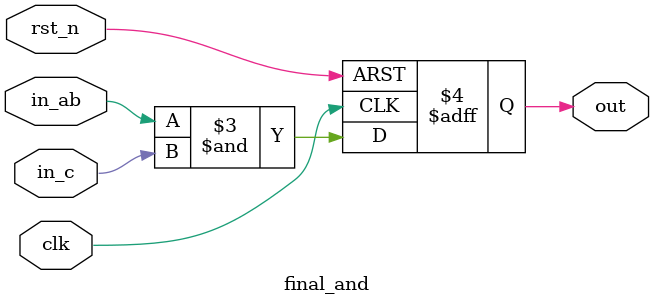
<source format=sv>

module and_gate_3 (
    input  wire clk,    // Clock input
    input  wire rst_n,  // Active-low reset
    input  wire a,      // Input signal A
    input  wire b,      // Input signal B
    input  wire c,      // Input signal C
    output wire y       // Output result
);

    // Internal pipeline signals
    wire [1:0] stage1_out;   // Output from first stage
    wire       stage2_out;   // Output from second stage

    // First pipeline stage: register inputs
    input_register stage1 (
        .clk     (clk),
        .rst_n   (rst_n),
        .in_a    (a),
        .in_b    (b),
        .out_a   (stage1_out[0]),
        .out_b   (stage1_out[1])
    );
    
    // Second pipeline stage: partial AND computation
    partial_and stage2 (
        .clk     (clk),
        .rst_n   (rst_n),
        .in_a    (stage1_out[0]),
        .in_b    (stage1_out[1]),
        .out     (stage2_out)
    );
    
    // Final pipeline stage: final AND computation
    final_and stage3 (
        .clk     (clk),
        .rst_n   (rst_n),
        .in_ab   (stage2_out),
        .in_c    (c),
        .out     (y)
    );

endmodule

// First stage module: Input registration
module input_register (
    input  wire clk,
    input  wire rst_n,
    input  wire in_a,
    input  wire in_b,
    output reg  out_a,
    output reg  out_b
);
    
    always @(posedge clk or negedge rst_n) begin
        if (~rst_n) begin
            out_a <= 1'b0;
            out_b <= 1'b0;
        end else begin
            out_a <= in_a;
            out_b <= in_b;
        end
    end

endmodule

// Second stage module: Partial AND computation
module partial_and (
    input  wire clk,
    input  wire rst_n,
    input  wire in_a,
    input  wire in_b,
    output reg  out
);
    
    always @(posedge clk or negedge rst_n) begin
        if (~rst_n) begin
            out <= 1'b0;
        end else begin
            out <= in_a & in_b;
        end
    end

endmodule

// Final stage module: Final AND computation
module final_and (
    input  wire clk,
    input  wire rst_n,
    input  wire in_ab,
    input  wire in_c,
    output reg  out
);
    
    always @(posedge clk or negedge rst_n) begin
        if (~rst_n) begin
            out <= 1'b0;
        end else begin
            out <= in_ab & in_c;
        end
    end

endmodule
</source>
